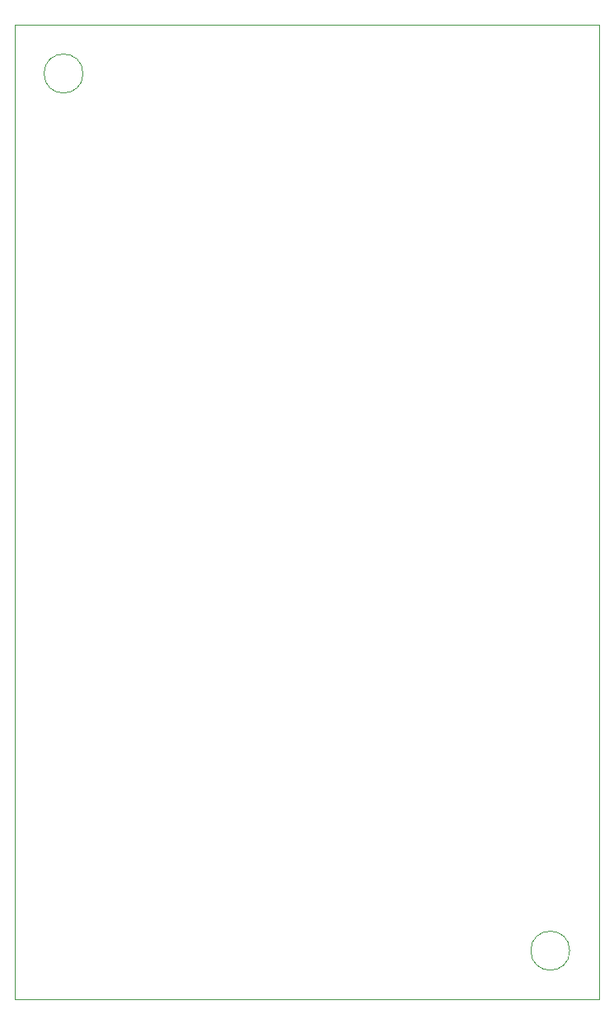
<source format=gbr>
%TF.GenerationSoftware,KiCad,Pcbnew,5.1.12-84ad8e8a86~92~ubuntu16.04.1*%
%TF.CreationDate,2022-04-25T15:27:55-03:00*%
%TF.ProjectId,Avionica,4176696f-6e69-4636-912e-6b696361645f,rev?*%
%TF.SameCoordinates,Original*%
%TF.FileFunction,Profile,NP*%
%FSLAX46Y46*%
G04 Gerber Fmt 4.6, Leading zero omitted, Abs format (unit mm)*
G04 Created by KiCad (PCBNEW 5.1.12-84ad8e8a86~92~ubuntu16.04.1) date 2022-04-25 15:27:55*
%MOMM*%
%LPD*%
G01*
G04 APERTURE LIST*
%TA.AperFunction,Profile*%
%ADD10C,0.050000*%
%TD*%
G04 APERTURE END LIST*
D10*
X152300000Y-141700000D02*
G75*
G03*
X152300000Y-141700000I-2000000J0D01*
G01*
X102300000Y-51700000D02*
G75*
G03*
X102300000Y-51700000I-2000000J0D01*
G01*
X95300000Y-46700000D02*
X95300000Y-146700000D01*
X155300000Y-46700000D02*
X155300000Y-146700000D01*
X95300000Y-146700000D02*
X155300000Y-146700000D01*
X95300000Y-46700000D02*
X155300000Y-46700000D01*
M02*

</source>
